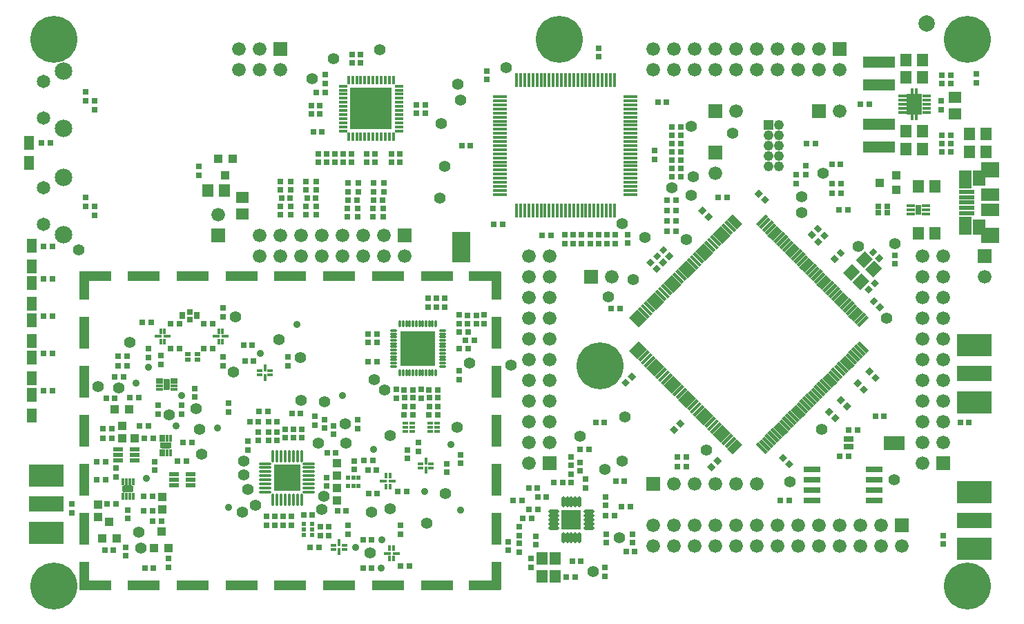
<source format=gts>
G04 (created by PCBNEW (2012-nov-02)-stable) date Sat 15 Mar 2014 07:07:26 PM MDT*
%MOIN*%
G04 Gerber Fmt 3.4, Leading zero omitted, Abs format*
%FSLAX34Y34*%
G01*
G70*
G90*
G04 APERTURE LIST*
%ADD10C,0*%
%ADD11R,0.066X0.066*%
%ADD12C,0.066*%
%ADD13C,0.0650551*%
%ADD14C,0.0847402*%
%ADD15O,0.0166236X0.0410331*%
%ADD16O,0.0410331X0.0166236*%
%ADD17R,0.200661X0.200661*%
%ADD18O,0.0136457X0.038252*%
%ADD19O,0.038252X0.0136457*%
%ADD20R,0.17015X0.17015*%
%ADD21C,0.056*%
%ADD22R,0.042X0.042*%
%ADD23R,0.0532X0.0611*%
%ADD24R,0.0176X0.0651*%
%ADD25R,0.0651X0.0176*%
%ADD26R,0.081X0.031*%
%ADD27R,0.1517X0.0532*%
%ADD28R,0.0257X0.0217*%
%ADD29R,0.0257X0.0336*%
%ADD30R,0.0296X0.0257*%
%ADD31R,0.0277X0.0158*%
%ADD32R,0.028X0.03*%
%ADD33R,0.03X0.028*%
%ADD34R,0.0221X0.019*%
%ADD35R,0.019X0.0221*%
%ADD36R,0.048X0.048*%
%ADD37C,0.048*%
%ADD38R,0.0533X0.0647*%
%ADD39R,0.0647X0.0533*%
%ADD40R,0.045X0.024*%
%ADD41R,0.0150551X0.0313937*%
%ADD42R,0.0380079X0.017811*%
%ADD43R,0.0313937X0.0150551*%
%ADD44R,0.017811X0.0380079*%
%ADD45R,0.0473701X0.0670551*%
%ADD46O,0.0166236X0.0587496*%
%ADD47R,0.13098X0.13098*%
%ADD48O,0.0587496X0.0166236*%
%ADD49O,0.0181984X0.0528441*%
%ADD50O,0.0528441X0.0181984*%
%ADD51R,0.0965307X0.0965307*%
%ADD52R,0.157575X0.0453701*%
%ADD53R,0.155606X0.0453701*%
%ADD54R,0.0453701X0.13789*%
%ADD55R,0.0453701X0.155606*%
%ADD56R,0.013874X0.0325748*%
%ADD57R,0.0571811X0.013874*%
%ADD58O,0.0532441X0.013874*%
%ADD59R,0.0532441X0.025685*%
%ADD60O,0.0493071X0.013874*%
%ADD61R,0.0119055X0.013874*%
%ADD62R,0.0325748X0.013874*%
%ADD63R,0.013874X0.0571811*%
%ADD64O,0.013874X0.0532441*%
%ADD65R,0.025685X0.0532441*%
%ADD66O,0.013874X0.0493071*%
%ADD67R,0.013874X0.0119055*%
%ADD68R,0.0394646X0.0170236*%
%ADD69R,0.0384803X0.0532441*%
%ADD70R,0.0170236X0.0611181*%
%ADD71C,0.0290315*%
%ADD72C,0.036*%
%ADD73C,0.226472*%
%ADD74C,0.029622*%
%ADD75R,0.0493071X0.029622*%
%ADD76R,0.100488X0.0650551*%
%ADD77R,0.0867087X0.149701*%
%ADD78R,0.170961X0.0760787*%
%ADD79R,0.170961X0.110921*%
%ADD80R,0.0414331X0.017811*%
%ADD81R,0.025685X0.0493071*%
%ADD82R,0.0768976X0.023748*%
%ADD83R,0.0886772X0.0601339*%
%ADD84R,0.0634803X0.090252*%
%ADD85R,0.0591496X0.0778504*%
%ADD86R,0.0886772X0.0748976*%
%ADD87C,0.0611181*%
%ADD88C,0.0787402*%
G04 APERTURE END LIST*
G54D10*
G54D11*
X68122Y-61397D03*
G54D12*
X67122Y-61397D03*
X68122Y-60397D03*
X67122Y-60397D03*
X68122Y-59397D03*
X67122Y-59397D03*
X68122Y-58397D03*
X67122Y-58397D03*
X68122Y-57397D03*
X67122Y-57397D03*
X68122Y-56397D03*
X67122Y-56397D03*
X68122Y-55397D03*
X67122Y-55397D03*
X68122Y-54397D03*
X67122Y-54397D03*
X68122Y-53397D03*
X67122Y-53397D03*
X68122Y-52397D03*
X67122Y-52397D03*
X68122Y-51397D03*
X67122Y-51397D03*
G54D13*
X24685Y-48090D03*
X24685Y-49862D03*
G54D14*
X25665Y-50356D03*
X25665Y-47596D03*
G54D15*
X39427Y-45634D03*
X39624Y-45634D03*
X39821Y-45634D03*
X40017Y-45634D03*
X40214Y-45634D03*
X40411Y-45634D03*
X40608Y-45634D03*
X40805Y-45634D03*
X41002Y-45634D03*
X41198Y-45634D03*
X41395Y-45634D03*
X41592Y-45634D03*
G54D16*
X41868Y-45358D03*
X41868Y-45162D03*
X41868Y-44965D03*
X41868Y-44768D03*
X41868Y-44571D03*
X41868Y-44374D03*
X41868Y-44177D03*
X41868Y-43981D03*
X41868Y-43784D03*
X41868Y-43587D03*
X41868Y-43390D03*
X41868Y-43193D03*
G54D15*
X41592Y-42918D03*
X41395Y-42918D03*
X41198Y-42918D03*
X41002Y-42918D03*
X40805Y-42918D03*
X40608Y-42918D03*
X40411Y-42918D03*
X40214Y-42918D03*
X40017Y-42918D03*
X39821Y-42918D03*
X39624Y-42918D03*
X39427Y-42918D03*
G54D16*
X39151Y-43193D03*
X39151Y-43390D03*
X39151Y-43587D03*
X39151Y-43784D03*
X39151Y-43981D03*
X39151Y-44177D03*
X39151Y-44374D03*
X39151Y-44571D03*
X39151Y-44768D03*
X39151Y-44965D03*
X39151Y-45162D03*
X39151Y-45358D03*
G54D17*
X40510Y-44276D03*
G54D18*
X41908Y-57046D03*
X42066Y-57046D03*
X42223Y-57046D03*
X42381Y-57046D03*
X42538Y-57046D03*
X42696Y-57046D03*
X42853Y-57046D03*
X43011Y-57046D03*
X43168Y-57046D03*
X43326Y-57046D03*
X43483Y-57046D03*
X43641Y-57046D03*
G54D19*
X43956Y-56731D03*
X43956Y-56573D03*
X43956Y-56416D03*
X43956Y-56258D03*
X43956Y-56101D03*
X43956Y-55943D03*
X43956Y-55786D03*
X43956Y-55628D03*
X43956Y-55471D03*
X43956Y-55313D03*
X43956Y-55156D03*
X43956Y-54998D03*
G54D18*
X43641Y-54683D03*
X43483Y-54683D03*
X43326Y-54683D03*
X43168Y-54683D03*
X43011Y-54683D03*
X42853Y-54683D03*
X42696Y-54683D03*
X42538Y-54683D03*
X42381Y-54683D03*
X42223Y-54683D03*
X42066Y-54683D03*
X41908Y-54683D03*
G54D19*
X41593Y-54998D03*
X41593Y-55156D03*
X41593Y-55313D03*
X41593Y-55471D03*
X41593Y-55628D03*
X41593Y-55786D03*
X41593Y-55943D03*
X41593Y-56101D03*
X41593Y-56258D03*
X41593Y-56416D03*
X41593Y-56573D03*
X41593Y-56731D03*
G54D20*
X42775Y-55865D03*
G54D21*
X52500Y-65000D03*
G54D22*
X30750Y-65514D03*
X30050Y-65514D03*
X30400Y-64714D03*
X28144Y-58804D03*
X28844Y-58804D03*
X28494Y-59604D03*
G54D10*
G36*
X64120Y-53039D02*
X63744Y-52662D01*
X64176Y-52230D01*
X64552Y-52607D01*
X64120Y-53039D01*
X64120Y-53039D01*
G37*
G36*
X64287Y-51981D02*
X63911Y-51605D01*
X64343Y-51173D01*
X64719Y-51549D01*
X64287Y-51981D01*
X64287Y-51981D01*
G37*
G36*
X64732Y-52426D02*
X64356Y-52050D01*
X64788Y-51618D01*
X65165Y-51994D01*
X64732Y-52426D01*
X64732Y-52426D01*
G37*
G36*
X63675Y-52593D02*
X63298Y-52217D01*
X63730Y-51785D01*
X64107Y-52161D01*
X63675Y-52593D01*
X63675Y-52593D01*
G37*
G54D23*
X49399Y-66877D03*
X48769Y-66011D03*
X49399Y-66011D03*
X48769Y-66877D03*
G54D24*
X52262Y-42920D03*
X52065Y-42920D03*
X51869Y-42920D03*
X51672Y-42920D03*
X51475Y-42920D03*
X51278Y-42920D03*
X51081Y-42920D03*
X50884Y-42920D03*
X50687Y-42920D03*
X50491Y-42920D03*
X50294Y-42920D03*
X50097Y-42920D03*
X49900Y-42920D03*
X49703Y-42920D03*
X49506Y-42920D03*
X49309Y-42920D03*
X49113Y-42920D03*
X48916Y-42920D03*
X48719Y-42920D03*
X48522Y-42920D03*
X48325Y-42920D03*
X48128Y-42920D03*
X47931Y-42920D03*
X47735Y-42920D03*
X47538Y-42920D03*
G54D25*
X46750Y-43708D03*
X46750Y-43905D03*
X46750Y-44101D03*
X46750Y-44298D03*
X46750Y-44495D03*
X46750Y-44692D03*
X46750Y-44889D03*
X46750Y-45086D03*
X46750Y-45283D03*
X46750Y-45479D03*
X46750Y-45676D03*
X46750Y-45873D03*
X46750Y-46070D03*
X46750Y-46267D03*
X46750Y-46464D03*
X46750Y-46661D03*
X46750Y-46857D03*
X46750Y-47054D03*
X46750Y-47251D03*
X46750Y-47448D03*
X46750Y-47645D03*
X46750Y-47842D03*
X46750Y-48039D03*
X46750Y-48235D03*
X46750Y-48432D03*
G54D24*
X47538Y-49220D03*
X47735Y-49220D03*
X47931Y-49220D03*
X48128Y-49220D03*
X48325Y-49220D03*
X48522Y-49220D03*
X48719Y-49220D03*
X48916Y-49220D03*
X49113Y-49220D03*
X49309Y-49220D03*
X49506Y-49220D03*
X49703Y-49220D03*
X49900Y-49220D03*
X50097Y-49220D03*
X50294Y-49220D03*
X50491Y-49220D03*
X50687Y-49220D03*
X50884Y-49220D03*
X51081Y-49220D03*
X51278Y-49220D03*
X51475Y-49220D03*
X51672Y-49220D03*
X51869Y-49220D03*
X52065Y-49220D03*
X52262Y-49220D03*
G54D25*
X53050Y-48432D03*
X53050Y-48235D03*
X53050Y-48039D03*
X53050Y-47842D03*
X53050Y-47645D03*
X53050Y-47448D03*
X53050Y-47251D03*
X53050Y-47054D03*
X53050Y-46857D03*
X53050Y-46661D03*
X53050Y-46464D03*
X53050Y-46267D03*
X53050Y-46070D03*
X53050Y-45873D03*
X53050Y-45676D03*
X53050Y-45479D03*
X53050Y-45283D03*
X53050Y-45086D03*
X53050Y-44889D03*
X53050Y-44692D03*
X53050Y-44495D03*
X53050Y-44298D03*
X53050Y-44101D03*
X53050Y-43905D03*
X53050Y-43708D03*
G54D26*
X64790Y-63210D03*
X64790Y-62710D03*
X64790Y-62210D03*
X64790Y-61710D03*
X61790Y-61710D03*
X61790Y-62210D03*
X61790Y-62710D03*
X61790Y-63210D03*
G54D27*
X65044Y-42024D03*
X65044Y-43126D03*
X65044Y-45024D03*
X65044Y-46126D03*
G54D10*
G36*
X64425Y-54256D02*
X64549Y-54380D01*
X64089Y-54840D01*
X63965Y-54716D01*
X64425Y-54256D01*
X64425Y-54256D01*
G37*
G36*
X64286Y-54116D02*
X64410Y-54241D01*
X63950Y-54701D01*
X63825Y-54577D01*
X64286Y-54116D01*
X64286Y-54116D01*
G37*
G36*
X64146Y-53977D02*
X64271Y-54101D01*
X63810Y-54562D01*
X63686Y-54437D01*
X64146Y-53977D01*
X64146Y-53977D01*
G37*
G36*
X64007Y-53838D02*
X64131Y-53962D01*
X63671Y-54422D01*
X63547Y-54298D01*
X64007Y-53838D01*
X64007Y-53838D01*
G37*
G36*
X63868Y-53698D02*
X63992Y-53823D01*
X63532Y-54283D01*
X63407Y-54159D01*
X63868Y-53698D01*
X63868Y-53698D01*
G37*
G36*
X63729Y-53560D02*
X63854Y-53684D01*
X63393Y-54145D01*
X63269Y-54020D01*
X63729Y-53560D01*
X63729Y-53560D01*
G37*
G36*
X63590Y-53420D02*
X63714Y-53545D01*
X63254Y-54005D01*
X63129Y-53881D01*
X63590Y-53420D01*
X63590Y-53420D01*
G37*
G36*
X63450Y-53281D02*
X63575Y-53406D01*
X63115Y-53866D01*
X62990Y-53741D01*
X63450Y-53281D01*
X63450Y-53281D01*
G37*
G36*
X63311Y-53142D02*
X63436Y-53266D01*
X62975Y-53727D01*
X62851Y-53602D01*
X63311Y-53142D01*
X63311Y-53142D01*
G37*
G36*
X63172Y-53003D02*
X63296Y-53127D01*
X62836Y-53587D01*
X62712Y-53463D01*
X63172Y-53003D01*
X63172Y-53003D01*
G37*
G36*
X63033Y-52863D02*
X63157Y-52988D01*
X62697Y-53448D01*
X62572Y-53324D01*
X63033Y-52863D01*
X63033Y-52863D01*
G37*
G36*
X62894Y-52725D02*
X63018Y-52849D01*
X62558Y-53309D01*
X62434Y-53185D01*
X62894Y-52725D01*
X62894Y-52725D01*
G37*
G36*
X62755Y-52585D02*
X62879Y-52710D01*
X62419Y-53170D01*
X62294Y-53046D01*
X62755Y-52585D01*
X62755Y-52585D01*
G37*
G36*
X62615Y-52446D02*
X62740Y-52570D01*
X62280Y-53031D01*
X62155Y-52906D01*
X62615Y-52446D01*
X62615Y-52446D01*
G37*
G36*
X62476Y-52307D02*
X62601Y-52431D01*
X62140Y-52892D01*
X62016Y-52767D01*
X62476Y-52307D01*
X62476Y-52307D01*
G37*
G36*
X62337Y-52167D02*
X62461Y-52292D01*
X62001Y-52752D01*
X61876Y-52628D01*
X62337Y-52167D01*
X62337Y-52167D01*
G37*
G36*
X62197Y-52028D02*
X62322Y-52153D01*
X61862Y-52613D01*
X61737Y-52488D01*
X62197Y-52028D01*
X62197Y-52028D01*
G37*
G36*
X62058Y-51889D02*
X62183Y-52013D01*
X61722Y-52474D01*
X61598Y-52349D01*
X62058Y-51889D01*
X62058Y-51889D01*
G37*
G36*
X61920Y-51750D02*
X62044Y-51875D01*
X61584Y-52335D01*
X61459Y-52211D01*
X61920Y-51750D01*
X61920Y-51750D01*
G37*
G36*
X61780Y-51611D02*
X61905Y-51735D01*
X61444Y-52196D01*
X61320Y-52071D01*
X61780Y-51611D01*
X61780Y-51611D01*
G37*
G36*
X61641Y-51472D02*
X61765Y-51596D01*
X61305Y-52056D01*
X61181Y-51932D01*
X61641Y-51472D01*
X61641Y-51472D01*
G37*
G36*
X61502Y-51332D02*
X61626Y-51457D01*
X61166Y-51917D01*
X61041Y-51793D01*
X61502Y-51332D01*
X61502Y-51332D01*
G37*
G36*
X61362Y-51193D02*
X61487Y-51317D01*
X61027Y-51778D01*
X60902Y-51653D01*
X61362Y-51193D01*
X61362Y-51193D01*
G37*
G36*
X61223Y-51054D02*
X61348Y-51178D01*
X60887Y-51639D01*
X60763Y-51514D01*
X61223Y-51054D01*
X61223Y-51054D01*
G37*
G36*
X61084Y-50914D02*
X61208Y-51039D01*
X60748Y-51499D01*
X60623Y-51375D01*
X61084Y-50914D01*
X61084Y-50914D01*
G37*
G36*
X60945Y-50776D02*
X61070Y-50900D01*
X60609Y-51361D01*
X60485Y-51236D01*
X60945Y-50776D01*
X60945Y-50776D01*
G37*
G36*
X60806Y-50637D02*
X60930Y-50761D01*
X60470Y-51221D01*
X60346Y-51097D01*
X60806Y-50637D01*
X60806Y-50637D01*
G37*
G36*
X60667Y-50497D02*
X60791Y-50622D01*
X60331Y-51082D01*
X60206Y-50958D01*
X60667Y-50497D01*
X60667Y-50497D01*
G37*
G36*
X60527Y-50358D02*
X60652Y-50482D01*
X60191Y-50943D01*
X60067Y-50818D01*
X60527Y-50358D01*
X60527Y-50358D01*
G37*
G36*
X60388Y-50219D02*
X60512Y-50343D01*
X60052Y-50803D01*
X59928Y-50679D01*
X60388Y-50219D01*
X60388Y-50219D01*
G37*
G36*
X60249Y-50079D02*
X60373Y-50204D01*
X59913Y-50664D01*
X59788Y-50540D01*
X60249Y-50079D01*
X60249Y-50079D01*
G37*
G36*
X60110Y-49941D02*
X60235Y-50065D01*
X59774Y-50526D01*
X59650Y-50401D01*
X60110Y-49941D01*
X60110Y-49941D01*
G37*
G36*
X59971Y-49801D02*
X60095Y-49926D01*
X59635Y-50386D01*
X59510Y-50262D01*
X59971Y-49801D01*
X59971Y-49801D01*
G37*
G36*
X59832Y-49662D02*
X59956Y-49787D01*
X59496Y-50247D01*
X59371Y-50122D01*
X59832Y-49662D01*
X59832Y-49662D01*
G37*
G36*
X59692Y-49523D02*
X59817Y-49647D01*
X59356Y-50108D01*
X59232Y-49983D01*
X59692Y-49523D01*
X59692Y-49523D01*
G37*
G36*
X59553Y-49384D02*
X59677Y-49508D01*
X59217Y-49968D01*
X59093Y-49844D01*
X59553Y-49384D01*
X59553Y-49384D01*
G37*
G36*
X57840Y-49508D02*
X57964Y-49384D01*
X58424Y-49844D01*
X58300Y-49968D01*
X57840Y-49508D01*
X57840Y-49508D01*
G37*
G36*
X57700Y-49647D02*
X57825Y-49523D01*
X58285Y-49983D01*
X58161Y-50108D01*
X57700Y-49647D01*
X57700Y-49647D01*
G37*
G36*
X57561Y-49787D02*
X57685Y-49662D01*
X58146Y-50122D01*
X58021Y-50247D01*
X57561Y-49787D01*
X57561Y-49787D01*
G37*
G36*
X57422Y-49926D02*
X57546Y-49801D01*
X58006Y-50262D01*
X57882Y-50386D01*
X57422Y-49926D01*
X57422Y-49926D01*
G37*
G36*
X57282Y-50065D02*
X57407Y-49941D01*
X57867Y-50401D01*
X57743Y-50526D01*
X57282Y-50065D01*
X57282Y-50065D01*
G37*
G36*
X57144Y-50204D02*
X57268Y-50079D01*
X57729Y-50540D01*
X57604Y-50664D01*
X57144Y-50204D01*
X57144Y-50204D01*
G37*
G36*
X57004Y-50343D02*
X57129Y-50219D01*
X57589Y-50679D01*
X57465Y-50803D01*
X57004Y-50343D01*
X57004Y-50343D01*
G37*
G36*
X56865Y-50482D02*
X56990Y-50358D01*
X57450Y-50818D01*
X57326Y-50943D01*
X56865Y-50482D01*
X56865Y-50482D01*
G37*
G36*
X56726Y-50622D02*
X56850Y-50497D01*
X57311Y-50958D01*
X57186Y-51082D01*
X56726Y-50622D01*
X56726Y-50622D01*
G37*
G36*
X56587Y-50761D02*
X56711Y-50637D01*
X57171Y-51097D01*
X57047Y-51221D01*
X56587Y-50761D01*
X56587Y-50761D01*
G37*
G36*
X56447Y-50900D02*
X56572Y-50776D01*
X57032Y-51236D01*
X56908Y-51361D01*
X56447Y-50900D01*
X56447Y-50900D01*
G37*
G36*
X56309Y-51039D02*
X56433Y-50914D01*
X56893Y-51375D01*
X56769Y-51499D01*
X56309Y-51039D01*
X56309Y-51039D01*
G37*
G36*
X56169Y-51178D02*
X56294Y-51054D01*
X56754Y-51514D01*
X56630Y-51639D01*
X56169Y-51178D01*
X56169Y-51178D01*
G37*
G36*
X56030Y-51317D02*
X56155Y-51193D01*
X56615Y-51653D01*
X56490Y-51778D01*
X56030Y-51317D01*
X56030Y-51317D01*
G37*
G36*
X55891Y-51457D02*
X56015Y-51332D01*
X56476Y-51793D01*
X56351Y-51917D01*
X55891Y-51457D01*
X55891Y-51457D01*
G37*
G36*
X55752Y-51596D02*
X55876Y-51472D01*
X56336Y-51932D01*
X56212Y-52056D01*
X55752Y-51596D01*
X55752Y-51596D01*
G37*
G36*
X55612Y-51735D02*
X55737Y-51611D01*
X56197Y-52071D01*
X56073Y-52196D01*
X55612Y-51735D01*
X55612Y-51735D01*
G37*
G36*
X55473Y-51875D02*
X55597Y-51750D01*
X56058Y-52211D01*
X55933Y-52335D01*
X55473Y-51875D01*
X55473Y-51875D01*
G37*
G36*
X55334Y-52013D02*
X55459Y-51889D01*
X55919Y-52349D01*
X55795Y-52474D01*
X55334Y-52013D01*
X55334Y-52013D01*
G37*
G36*
X55195Y-52153D02*
X55319Y-52028D01*
X55780Y-52488D01*
X55655Y-52613D01*
X55195Y-52153D01*
X55195Y-52153D01*
G37*
G36*
X55056Y-52292D02*
X55180Y-52167D01*
X55640Y-52628D01*
X55516Y-52752D01*
X55056Y-52292D01*
X55056Y-52292D01*
G37*
G36*
X54916Y-52431D02*
X55041Y-52307D01*
X55501Y-52767D01*
X55377Y-52892D01*
X54916Y-52431D01*
X54916Y-52431D01*
G37*
G36*
X54777Y-52570D02*
X54902Y-52446D01*
X55362Y-52906D01*
X55237Y-53031D01*
X54777Y-52570D01*
X54777Y-52570D01*
G37*
G36*
X54638Y-52710D02*
X54762Y-52585D01*
X55223Y-53046D01*
X55098Y-53170D01*
X54638Y-52710D01*
X54638Y-52710D01*
G37*
G36*
X54499Y-52849D02*
X54623Y-52725D01*
X55083Y-53185D01*
X54959Y-53309D01*
X54499Y-52849D01*
X54499Y-52849D01*
G37*
G36*
X54360Y-52988D02*
X54484Y-52863D01*
X54945Y-53324D01*
X54820Y-53448D01*
X54360Y-52988D01*
X54360Y-52988D01*
G37*
G36*
X54221Y-53127D02*
X54345Y-53003D01*
X54805Y-53463D01*
X54681Y-53587D01*
X54221Y-53127D01*
X54221Y-53127D01*
G37*
G36*
X54081Y-53266D02*
X54206Y-53142D01*
X54666Y-53602D01*
X54542Y-53727D01*
X54081Y-53266D01*
X54081Y-53266D01*
G37*
G36*
X53942Y-53406D02*
X54066Y-53281D01*
X54527Y-53741D01*
X54402Y-53866D01*
X53942Y-53406D01*
X53942Y-53406D01*
G37*
G36*
X53803Y-53545D02*
X53927Y-53420D01*
X54387Y-53881D01*
X54263Y-54005D01*
X53803Y-53545D01*
X53803Y-53545D01*
G37*
G36*
X53663Y-53684D02*
X53788Y-53560D01*
X54248Y-54020D01*
X54124Y-54145D01*
X53663Y-53684D01*
X53663Y-53684D01*
G37*
G36*
X53525Y-53823D02*
X53649Y-53698D01*
X54110Y-54159D01*
X53985Y-54283D01*
X53525Y-53823D01*
X53525Y-53823D01*
G37*
G36*
X53386Y-53962D02*
X53510Y-53838D01*
X53970Y-54298D01*
X53846Y-54422D01*
X53386Y-53962D01*
X53386Y-53962D01*
G37*
G36*
X53246Y-54101D02*
X53371Y-53977D01*
X53831Y-54437D01*
X53707Y-54562D01*
X53246Y-54101D01*
X53246Y-54101D01*
G37*
G36*
X53107Y-54241D02*
X53231Y-54116D01*
X53692Y-54577D01*
X53567Y-54701D01*
X53107Y-54241D01*
X53107Y-54241D01*
G37*
G36*
X52968Y-54380D02*
X53092Y-54256D01*
X53552Y-54716D01*
X53428Y-54840D01*
X52968Y-54380D01*
X52968Y-54380D01*
G37*
G36*
X53428Y-55509D02*
X53552Y-55633D01*
X53092Y-56093D01*
X52968Y-55969D01*
X53428Y-55509D01*
X53428Y-55509D01*
G37*
G36*
X53567Y-55648D02*
X53692Y-55772D01*
X53231Y-56233D01*
X53107Y-56108D01*
X53567Y-55648D01*
X53567Y-55648D01*
G37*
G36*
X53707Y-55787D02*
X53831Y-55912D01*
X53371Y-56372D01*
X53246Y-56247D01*
X53707Y-55787D01*
X53707Y-55787D01*
G37*
G36*
X53846Y-55926D02*
X53970Y-56051D01*
X53510Y-56511D01*
X53386Y-56387D01*
X53846Y-55926D01*
X53846Y-55926D01*
G37*
G36*
X53985Y-56066D02*
X54110Y-56190D01*
X53649Y-56650D01*
X53525Y-56526D01*
X53985Y-56066D01*
X53985Y-56066D01*
G37*
G36*
X54124Y-56204D02*
X54248Y-56329D01*
X53788Y-56789D01*
X53663Y-56665D01*
X54124Y-56204D01*
X54124Y-56204D01*
G37*
G36*
X54263Y-56344D02*
X54387Y-56468D01*
X53927Y-56928D01*
X53803Y-56804D01*
X54263Y-56344D01*
X54263Y-56344D01*
G37*
G36*
X54402Y-56483D02*
X54527Y-56607D01*
X54066Y-57068D01*
X53942Y-56943D01*
X54402Y-56483D01*
X54402Y-56483D01*
G37*
G36*
X54542Y-56622D02*
X54666Y-56747D01*
X54206Y-57207D01*
X54081Y-57083D01*
X54542Y-56622D01*
X54542Y-56622D01*
G37*
G36*
X54681Y-56762D02*
X54805Y-56886D01*
X54345Y-57346D01*
X54221Y-57222D01*
X54681Y-56762D01*
X54681Y-56762D01*
G37*
G36*
X54820Y-56901D02*
X54945Y-57025D01*
X54484Y-57486D01*
X54360Y-57361D01*
X54820Y-56901D01*
X54820Y-56901D01*
G37*
G36*
X54959Y-57039D02*
X55083Y-57164D01*
X54623Y-57624D01*
X54499Y-57500D01*
X54959Y-57039D01*
X54959Y-57039D01*
G37*
G36*
X55098Y-57179D02*
X55223Y-57303D01*
X54762Y-57763D01*
X54638Y-57639D01*
X55098Y-57179D01*
X55098Y-57179D01*
G37*
G36*
X55237Y-57318D02*
X55362Y-57442D01*
X54902Y-57903D01*
X54777Y-57778D01*
X55237Y-57318D01*
X55237Y-57318D01*
G37*
G36*
X55377Y-57457D02*
X55501Y-57582D01*
X55041Y-58042D01*
X54916Y-57918D01*
X55377Y-57457D01*
X55377Y-57457D01*
G37*
G36*
X55516Y-57597D02*
X55640Y-57721D01*
X55180Y-58181D01*
X55056Y-58057D01*
X55516Y-57597D01*
X55516Y-57597D01*
G37*
G36*
X55655Y-57736D02*
X55780Y-57860D01*
X55319Y-58321D01*
X55195Y-58196D01*
X55655Y-57736D01*
X55655Y-57736D01*
G37*
G36*
X55795Y-57875D02*
X55919Y-58000D01*
X55459Y-58460D01*
X55334Y-58336D01*
X55795Y-57875D01*
X55795Y-57875D01*
G37*
G36*
X55933Y-58014D02*
X56058Y-58138D01*
X55597Y-58599D01*
X55473Y-58474D01*
X55933Y-58014D01*
X55933Y-58014D01*
G37*
G36*
X56073Y-58153D02*
X56197Y-58278D01*
X55737Y-58738D01*
X55612Y-58613D01*
X56073Y-58153D01*
X56073Y-58153D01*
G37*
G36*
X56212Y-58292D02*
X56336Y-58417D01*
X55876Y-58877D01*
X55752Y-58753D01*
X56212Y-58292D01*
X56212Y-58292D01*
G37*
G36*
X56351Y-58432D02*
X56476Y-58556D01*
X56015Y-59016D01*
X55891Y-58892D01*
X56351Y-58432D01*
X56351Y-58432D01*
G37*
G36*
X56490Y-58571D02*
X56615Y-58695D01*
X56155Y-59156D01*
X56030Y-59031D01*
X56490Y-58571D01*
X56490Y-58571D01*
G37*
G36*
X56630Y-58710D02*
X56754Y-58835D01*
X56294Y-59295D01*
X56169Y-59171D01*
X56630Y-58710D01*
X56630Y-58710D01*
G37*
G36*
X56769Y-58850D02*
X56893Y-58974D01*
X56433Y-59434D01*
X56309Y-59310D01*
X56769Y-58850D01*
X56769Y-58850D01*
G37*
G36*
X56908Y-58988D02*
X57032Y-59113D01*
X56572Y-59573D01*
X56447Y-59449D01*
X56908Y-58988D01*
X56908Y-58988D01*
G37*
G36*
X57047Y-59127D02*
X57171Y-59252D01*
X56711Y-59712D01*
X56587Y-59588D01*
X57047Y-59127D01*
X57047Y-59127D01*
G37*
G36*
X57186Y-59267D02*
X57311Y-59391D01*
X56850Y-59852D01*
X56726Y-59727D01*
X57186Y-59267D01*
X57186Y-59267D01*
G37*
G36*
X57326Y-59406D02*
X57450Y-59531D01*
X56990Y-59991D01*
X56865Y-59866D01*
X57326Y-59406D01*
X57326Y-59406D01*
G37*
G36*
X57465Y-59545D02*
X57589Y-59670D01*
X57129Y-60130D01*
X57004Y-60006D01*
X57465Y-59545D01*
X57465Y-59545D01*
G37*
G36*
X57604Y-59685D02*
X57729Y-59809D01*
X57268Y-60269D01*
X57144Y-60145D01*
X57604Y-59685D01*
X57604Y-59685D01*
G37*
G36*
X57743Y-59823D02*
X57867Y-59948D01*
X57407Y-60408D01*
X57282Y-60284D01*
X57743Y-59823D01*
X57743Y-59823D01*
G37*
G36*
X57882Y-59963D02*
X58006Y-60087D01*
X57546Y-60547D01*
X57422Y-60423D01*
X57882Y-59963D01*
X57882Y-59963D01*
G37*
G36*
X58021Y-60102D02*
X58146Y-60226D01*
X57685Y-60687D01*
X57561Y-60562D01*
X58021Y-60102D01*
X58021Y-60102D01*
G37*
G36*
X58161Y-60241D02*
X58285Y-60366D01*
X57825Y-60826D01*
X57700Y-60702D01*
X58161Y-60241D01*
X58161Y-60241D01*
G37*
G36*
X58300Y-60380D02*
X58424Y-60505D01*
X57964Y-60965D01*
X57840Y-60841D01*
X58300Y-60380D01*
X58300Y-60380D01*
G37*
G36*
X59093Y-60505D02*
X59217Y-60380D01*
X59677Y-60841D01*
X59553Y-60965D01*
X59093Y-60505D01*
X59093Y-60505D01*
G37*
G36*
X59232Y-60366D02*
X59356Y-60241D01*
X59817Y-60702D01*
X59692Y-60826D01*
X59232Y-60366D01*
X59232Y-60366D01*
G37*
G36*
X59371Y-60226D02*
X59496Y-60102D01*
X59956Y-60562D01*
X59832Y-60687D01*
X59371Y-60226D01*
X59371Y-60226D01*
G37*
G36*
X59510Y-60087D02*
X59635Y-59963D01*
X60095Y-60423D01*
X59971Y-60547D01*
X59510Y-60087D01*
X59510Y-60087D01*
G37*
G36*
X59650Y-59948D02*
X59774Y-59823D01*
X60235Y-60284D01*
X60110Y-60408D01*
X59650Y-59948D01*
X59650Y-59948D01*
G37*
G36*
X59788Y-59809D02*
X59913Y-59685D01*
X60373Y-60145D01*
X60249Y-60269D01*
X59788Y-59809D01*
X59788Y-59809D01*
G37*
G36*
X59928Y-59670D02*
X60052Y-59545D01*
X60512Y-60006D01*
X60388Y-60130D01*
X59928Y-59670D01*
X59928Y-59670D01*
G37*
G36*
X60067Y-59531D02*
X60191Y-59406D01*
X60652Y-59866D01*
X60527Y-59991D01*
X60067Y-59531D01*
X60067Y-59531D01*
G37*
G36*
X60206Y-59391D02*
X60331Y-59267D01*
X60791Y-59727D01*
X60667Y-59852D01*
X60206Y-59391D01*
X60206Y-59391D01*
G37*
G36*
X60346Y-59252D02*
X60470Y-59127D01*
X60930Y-59588D01*
X60806Y-59712D01*
X60346Y-59252D01*
X60346Y-59252D01*
G37*
G36*
X60485Y-59113D02*
X60609Y-58988D01*
X61070Y-59449D01*
X60945Y-59573D01*
X60485Y-59113D01*
X60485Y-59113D01*
G37*
G36*
X60623Y-58974D02*
X60748Y-58850D01*
X61208Y-59310D01*
X61084Y-59434D01*
X60623Y-58974D01*
X60623Y-58974D01*
G37*
G36*
X60763Y-58835D02*
X60887Y-58710D01*
X61348Y-59171D01*
X61223Y-59295D01*
X60763Y-58835D01*
X60763Y-58835D01*
G37*
G36*
X60902Y-58695D02*
X61027Y-58571D01*
X61487Y-59031D01*
X61362Y-59156D01*
X60902Y-58695D01*
X60902Y-58695D01*
G37*
G36*
X61041Y-58556D02*
X61166Y-58432D01*
X61626Y-58892D01*
X61502Y-59016D01*
X61041Y-58556D01*
X61041Y-58556D01*
G37*
G36*
X61181Y-58417D02*
X61305Y-58292D01*
X61765Y-58753D01*
X61641Y-58877D01*
X61181Y-58417D01*
X61181Y-58417D01*
G37*
G36*
X61320Y-58278D02*
X61444Y-58153D01*
X61905Y-58613D01*
X61780Y-58738D01*
X61320Y-58278D01*
X61320Y-58278D01*
G37*
G36*
X61459Y-58138D02*
X61584Y-58014D01*
X62044Y-58474D01*
X61920Y-58599D01*
X61459Y-58138D01*
X61459Y-58138D01*
G37*
G36*
X61598Y-58000D02*
X61722Y-57875D01*
X62183Y-58336D01*
X62058Y-58460D01*
X61598Y-58000D01*
X61598Y-58000D01*
G37*
G36*
X61737Y-57860D02*
X61862Y-57736D01*
X62322Y-58196D01*
X62197Y-58321D01*
X61737Y-57860D01*
X61737Y-57860D01*
G37*
G36*
X61876Y-57721D02*
X62001Y-57597D01*
X62461Y-58057D01*
X62337Y-58181D01*
X61876Y-57721D01*
X61876Y-57721D01*
G37*
G36*
X62016Y-57582D02*
X62140Y-57457D01*
X62601Y-57918D01*
X62476Y-58042D01*
X62016Y-57582D01*
X62016Y-57582D01*
G37*
G36*
X62155Y-57442D02*
X62280Y-57318D01*
X62740Y-57778D01*
X62615Y-57903D01*
X62155Y-57442D01*
X62155Y-57442D01*
G37*
G36*
X62294Y-57303D02*
X62419Y-57179D01*
X62879Y-57639D01*
X62755Y-57763D01*
X62294Y-57303D01*
X62294Y-57303D01*
G37*
G36*
X62434Y-57164D02*
X62558Y-57039D01*
X63018Y-57500D01*
X62894Y-57624D01*
X62434Y-57164D01*
X62434Y-57164D01*
G37*
G36*
X62572Y-57025D02*
X62697Y-56901D01*
X63157Y-57361D01*
X63033Y-57486D01*
X62572Y-57025D01*
X62572Y-57025D01*
G37*
G36*
X62712Y-56886D02*
X62836Y-56762D01*
X63296Y-57222D01*
X63172Y-57346D01*
X62712Y-56886D01*
X62712Y-56886D01*
G37*
G36*
X62851Y-56747D02*
X62975Y-56622D01*
X63436Y-57083D01*
X63311Y-57207D01*
X62851Y-56747D01*
X62851Y-56747D01*
G37*
G36*
X62990Y-56607D02*
X63115Y-56483D01*
X63575Y-56943D01*
X63450Y-57068D01*
X62990Y-56607D01*
X62990Y-56607D01*
G37*
G36*
X63129Y-56468D02*
X63254Y-56344D01*
X63714Y-56804D01*
X63590Y-56928D01*
X63129Y-56468D01*
X63129Y-56468D01*
G37*
G36*
X63269Y-56329D02*
X63393Y-56204D01*
X63854Y-56665D01*
X63729Y-56789D01*
X63269Y-56329D01*
X63269Y-56329D01*
G37*
G36*
X63407Y-56190D02*
X63532Y-56066D01*
X63992Y-56526D01*
X63868Y-56650D01*
X63407Y-56190D01*
X63407Y-56190D01*
G37*
G36*
X63547Y-56051D02*
X63671Y-55926D01*
X64131Y-56387D01*
X64007Y-56511D01*
X63547Y-56051D01*
X63547Y-56051D01*
G37*
G36*
X63686Y-55912D02*
X63810Y-55787D01*
X64271Y-56247D01*
X64146Y-56372D01*
X63686Y-55912D01*
X63686Y-55912D01*
G37*
G36*
X63825Y-55772D02*
X63950Y-55648D01*
X64410Y-56108D01*
X64286Y-56233D01*
X63825Y-55772D01*
X63825Y-55772D01*
G37*
G36*
X63965Y-55633D02*
X64089Y-55509D01*
X64549Y-55969D01*
X64425Y-56093D01*
X63965Y-55633D01*
X63965Y-55633D01*
G37*
G54D28*
X31655Y-56419D03*
X32147Y-56419D03*
X32147Y-56143D03*
X31655Y-56143D03*
G54D29*
X32086Y-54281D03*
X31416Y-54281D03*
G54D30*
X31751Y-54458D03*
X31751Y-54104D03*
G54D11*
X54122Y-62397D03*
G54D12*
X55122Y-62397D03*
X56122Y-62397D03*
X57122Y-62397D03*
X58122Y-62397D03*
X59122Y-62397D03*
G54D31*
X42492Y-59862D03*
X42492Y-59665D03*
X42492Y-59468D03*
X42158Y-59468D03*
X42158Y-59665D03*
X42158Y-59862D03*
X43692Y-59862D03*
X43692Y-59665D03*
X43692Y-59468D03*
X43358Y-59468D03*
X43358Y-59665D03*
X43358Y-59862D03*
G54D22*
X38854Y-61411D03*
X38854Y-62011D03*
X29094Y-60204D03*
X28494Y-60204D03*
X38854Y-63211D03*
X38854Y-62611D03*
X30444Y-63054D03*
X30444Y-63654D03*
G54D32*
X55232Y-49697D03*
X54812Y-49697D03*
X68084Y-45575D03*
X68504Y-45575D03*
X68084Y-45975D03*
X68504Y-45975D03*
X64862Y-59147D03*
X65282Y-59147D03*
G54D33*
X26722Y-43907D03*
X26722Y-43487D03*
G54D32*
X62752Y-46987D03*
X63172Y-46987D03*
G54D33*
X69744Y-42615D03*
X69744Y-43035D03*
G54D32*
X64554Y-44075D03*
X64134Y-44075D03*
G54D33*
X38254Y-59301D03*
X38254Y-59721D03*
G54D32*
X68084Y-43075D03*
X68504Y-43075D03*
G54D33*
X37880Y-48216D03*
X37880Y-47796D03*
G54D32*
X40360Y-61730D03*
X40780Y-61730D03*
G54D33*
X38704Y-59601D03*
X38704Y-60021D03*
X39414Y-64411D03*
X39414Y-64831D03*
G54D32*
X40120Y-66460D03*
X40540Y-66460D03*
G54D33*
X35064Y-60321D03*
X35064Y-59901D03*
G54D32*
X35104Y-58911D03*
X35524Y-58911D03*
G54D33*
X35964Y-59901D03*
X35964Y-60321D03*
X37154Y-60181D03*
X37154Y-59761D03*
G54D10*
G36*
X54415Y-51703D02*
X54627Y-51491D01*
X54825Y-51689D01*
X54613Y-51901D01*
X54415Y-51703D01*
X54415Y-51703D01*
G37*
G36*
X54118Y-51406D02*
X54330Y-51194D01*
X54528Y-51392D01*
X54316Y-51604D01*
X54118Y-51406D01*
X54118Y-51406D01*
G37*
G36*
X54715Y-51403D02*
X54927Y-51191D01*
X55125Y-51389D01*
X54913Y-51601D01*
X54715Y-51403D01*
X54715Y-51403D01*
G37*
G36*
X54418Y-51106D02*
X54630Y-50894D01*
X54828Y-51092D01*
X54616Y-51304D01*
X54418Y-51106D01*
X54418Y-51106D01*
G37*
G54D33*
X36150Y-48216D03*
X36150Y-47796D03*
X36650Y-48216D03*
X36650Y-47796D03*
X37380Y-48216D03*
X37380Y-47796D03*
G54D32*
X57282Y-48577D03*
X57702Y-48577D03*
G54D33*
X65812Y-51357D03*
X65812Y-51777D03*
G54D32*
X28884Y-58254D03*
X29304Y-58254D03*
G54D33*
X37880Y-49416D03*
X37880Y-48996D03*
X37380Y-49416D03*
X37380Y-48996D03*
X36650Y-49416D03*
X36650Y-48996D03*
X36150Y-49416D03*
X36150Y-48996D03*
X39375Y-49511D03*
X39375Y-49091D03*
X39875Y-49511D03*
X39875Y-49091D03*
X40605Y-49511D03*
X40605Y-49091D03*
X41105Y-49511D03*
X41105Y-49091D03*
G54D32*
X29590Y-66464D03*
X30010Y-66464D03*
X45585Y-54665D03*
X45165Y-54665D03*
X45585Y-54265D03*
X45165Y-54265D03*
X53032Y-63507D03*
X52612Y-63507D03*
X52742Y-62277D03*
X52322Y-62277D03*
X32861Y-54681D03*
X32441Y-54681D03*
G54D33*
X30351Y-56221D03*
X30351Y-56641D03*
G54D32*
X34780Y-55720D03*
X34360Y-55720D03*
X40120Y-65110D03*
X40540Y-65110D03*
X37994Y-65461D03*
X37574Y-65461D03*
G54D33*
X39870Y-59310D03*
X39870Y-59730D03*
X36488Y-56698D03*
X36488Y-56278D03*
G54D32*
X38474Y-64461D03*
X38054Y-64461D03*
X30841Y-54681D03*
X31261Y-54681D03*
X31261Y-55881D03*
X30841Y-55881D03*
X38474Y-64911D03*
X38054Y-64911D03*
X29481Y-54611D03*
X29901Y-54611D03*
G54D33*
X33351Y-53921D03*
X33351Y-54341D03*
X29761Y-55871D03*
X29761Y-56291D03*
X51884Y-64834D03*
X51884Y-65254D03*
G54D32*
X50224Y-66144D03*
X50644Y-66144D03*
G54D33*
X49872Y-50387D03*
X49872Y-50807D03*
X50272Y-50387D03*
X50272Y-50807D03*
G54D32*
X34848Y-56488D03*
X34428Y-56488D03*
G54D33*
X35464Y-64401D03*
X35464Y-63981D03*
X36664Y-64401D03*
X36664Y-63981D03*
X36264Y-64401D03*
X36264Y-63981D03*
X36354Y-59761D03*
X36354Y-60181D03*
X36754Y-59761D03*
X36754Y-60181D03*
G54D32*
X41949Y-66368D03*
X42369Y-66368D03*
G54D33*
X44850Y-61410D03*
X44850Y-60990D03*
X33622Y-58517D03*
X33622Y-58937D03*
X50672Y-50387D03*
X50672Y-50807D03*
X33351Y-56271D03*
X33351Y-56691D03*
X34564Y-60771D03*
X34564Y-60351D03*
G54D32*
X34654Y-59411D03*
X35074Y-59411D03*
G54D33*
X35564Y-59901D03*
X35564Y-60321D03*
G54D32*
X35974Y-59411D03*
X35554Y-59411D03*
G54D33*
X41929Y-64418D03*
X41929Y-64838D03*
G54D32*
X32861Y-55881D03*
X32441Y-55881D03*
X54812Y-48697D03*
X55232Y-48697D03*
X25032Y-45947D03*
X24612Y-45947D03*
X25132Y-57897D03*
X24712Y-57897D03*
X25132Y-56097D03*
X24712Y-56097D03*
X25132Y-54297D03*
X24712Y-54297D03*
G54D10*
G36*
X62407Y-50606D02*
X62195Y-50394D01*
X62393Y-50196D01*
X62605Y-50409D01*
X62407Y-50606D01*
X62407Y-50606D01*
G37*
G36*
X62110Y-50903D02*
X61898Y-50691D01*
X62096Y-50493D01*
X62308Y-50705D01*
X62110Y-50903D01*
X62110Y-50903D01*
G37*
G54D32*
X54812Y-49197D03*
X55232Y-49197D03*
X25132Y-50947D03*
X24712Y-50947D03*
X61542Y-45987D03*
X61962Y-45987D03*
G54D33*
X61042Y-47477D03*
X61042Y-47897D03*
X61492Y-47467D03*
X61492Y-47047D03*
G54D32*
X55312Y-61567D03*
X55732Y-61567D03*
X55040Y-47170D03*
X55460Y-47170D03*
G54D33*
X51090Y-50380D03*
X51090Y-50800D03*
G54D32*
X55312Y-61097D03*
X55732Y-61097D03*
G54D33*
X51490Y-50380D03*
X51490Y-50800D03*
X51890Y-50380D03*
X51890Y-50800D03*
X52290Y-50380D03*
X52290Y-50800D03*
X52892Y-50367D03*
X52892Y-50787D03*
G54D32*
X55040Y-47570D03*
X55460Y-47570D03*
X68084Y-42675D03*
X68504Y-42675D03*
X55040Y-46770D03*
X55460Y-46770D03*
X55040Y-46370D03*
X55460Y-46370D03*
X55040Y-45970D03*
X55460Y-45970D03*
X55040Y-45570D03*
X55460Y-45570D03*
X55040Y-45170D03*
X55460Y-45170D03*
X47832Y-64057D03*
X48252Y-64057D03*
X41065Y-48701D03*
X40645Y-48701D03*
G54D33*
X43325Y-58675D03*
X43325Y-58255D03*
X44075Y-53455D03*
X44075Y-53875D03*
X41130Y-47886D03*
X41130Y-48306D03*
X40630Y-47886D03*
X40630Y-48306D03*
X39900Y-47886D03*
X39900Y-48306D03*
X39400Y-47886D03*
X39400Y-48306D03*
X43725Y-58675D03*
X43725Y-58255D03*
X44775Y-54675D03*
X44775Y-54255D03*
X48484Y-65354D03*
X48484Y-64934D03*
X45975Y-54675D03*
X45975Y-54255D03*
G54D32*
X48142Y-63627D03*
X48562Y-63627D03*
X47372Y-63207D03*
X47792Y-63207D03*
G54D33*
X50884Y-62184D03*
X50884Y-62604D03*
X51822Y-63027D03*
X51822Y-63447D03*
X42525Y-58675D03*
X42525Y-58255D03*
G54D32*
X49332Y-62327D03*
X49752Y-62327D03*
X43120Y-44511D03*
X42700Y-44511D03*
X43120Y-44111D03*
X42700Y-44111D03*
X68084Y-46375D03*
X68504Y-46375D03*
G54D10*
G36*
X59444Y-48379D02*
X59232Y-48591D01*
X59034Y-48393D01*
X59246Y-48181D01*
X59444Y-48379D01*
X59444Y-48379D01*
G37*
G36*
X59741Y-48676D02*
X59529Y-48888D01*
X59331Y-48690D01*
X59543Y-48478D01*
X59741Y-48676D01*
X59741Y-48676D01*
G37*
G36*
X56722Y-49192D02*
X56510Y-49404D01*
X56312Y-49206D01*
X56524Y-48994D01*
X56722Y-49192D01*
X56722Y-49192D01*
G37*
G36*
X57019Y-49489D02*
X56807Y-49701D01*
X56609Y-49503D01*
X56821Y-49291D01*
X57019Y-49489D01*
X57019Y-49489D01*
G37*
G36*
X54212Y-51703D02*
X54000Y-51915D01*
X53802Y-51717D01*
X54014Y-51505D01*
X54212Y-51703D01*
X54212Y-51703D01*
G37*
G36*
X54509Y-52000D02*
X54297Y-52212D01*
X54099Y-52014D01*
X54311Y-51802D01*
X54509Y-52000D01*
X54509Y-52000D01*
G37*
G54D32*
X52112Y-53937D03*
X52532Y-53937D03*
G54D10*
G36*
X52796Y-57311D02*
X53008Y-57523D01*
X52810Y-57721D01*
X52598Y-57509D01*
X52796Y-57311D01*
X52796Y-57311D01*
G37*
G36*
X53093Y-57014D02*
X53305Y-57226D01*
X53107Y-57424D01*
X52895Y-57212D01*
X53093Y-57014D01*
X53093Y-57014D01*
G37*
G36*
X55131Y-59580D02*
X55343Y-59792D01*
X55145Y-59990D01*
X54933Y-59778D01*
X55131Y-59580D01*
X55131Y-59580D01*
G37*
G36*
X55428Y-59283D02*
X55640Y-59495D01*
X55442Y-59693D01*
X55230Y-59481D01*
X55428Y-59283D01*
X55428Y-59283D01*
G37*
G36*
X56934Y-61383D02*
X57146Y-61595D01*
X56948Y-61793D01*
X56736Y-61581D01*
X56934Y-61383D01*
X56934Y-61383D01*
G37*
G36*
X57231Y-61086D02*
X57443Y-61298D01*
X57245Y-61496D01*
X57033Y-61284D01*
X57231Y-61086D01*
X57231Y-61086D01*
G37*
G36*
X60498Y-61454D02*
X60710Y-61241D01*
X60908Y-61439D01*
X60696Y-61652D01*
X60498Y-61454D01*
X60498Y-61454D01*
G37*
G36*
X60201Y-61157D02*
X60413Y-60944D01*
X60611Y-61142D01*
X60399Y-61355D01*
X60201Y-61157D01*
X60201Y-61157D01*
G37*
G36*
X62725Y-59226D02*
X62937Y-59014D01*
X63135Y-59212D01*
X62923Y-59424D01*
X62725Y-59226D01*
X62725Y-59226D01*
G37*
G36*
X62428Y-58929D02*
X62640Y-58717D01*
X62838Y-58915D01*
X62626Y-59127D01*
X62428Y-58929D01*
X62428Y-58929D01*
G37*
G36*
X63291Y-58660D02*
X63503Y-58448D01*
X63701Y-58646D01*
X63489Y-58858D01*
X63291Y-58660D01*
X63291Y-58660D01*
G37*
G36*
X62994Y-58363D02*
X63206Y-58151D01*
X63404Y-58349D01*
X63192Y-58561D01*
X62994Y-58363D01*
X62994Y-58363D01*
G37*
G36*
X64104Y-57847D02*
X64316Y-57635D01*
X64514Y-57833D01*
X64302Y-58045D01*
X64104Y-57847D01*
X64104Y-57847D01*
G37*
G36*
X63807Y-57550D02*
X64019Y-57338D01*
X64217Y-57536D01*
X64005Y-57748D01*
X63807Y-57550D01*
X63807Y-57550D01*
G37*
G54D33*
X44775Y-57375D03*
X44775Y-56955D03*
X39560Y-46886D03*
X39560Y-46466D03*
X39160Y-46886D03*
X39160Y-46466D03*
X40710Y-46886D03*
X40710Y-46466D03*
X40310Y-46886D03*
X40310Y-46466D03*
X41510Y-46886D03*
X41510Y-46466D03*
X41910Y-46886D03*
X41910Y-46466D03*
X40010Y-41666D03*
X40010Y-42086D03*
X39610Y-41666D03*
X39610Y-42086D03*
G54D32*
X37875Y-43501D03*
X38295Y-43501D03*
G54D33*
X38285Y-42641D03*
X38285Y-43061D03*
G54D32*
X37625Y-44551D03*
X38045Y-44551D03*
X37625Y-44151D03*
X38045Y-44151D03*
X37725Y-45401D03*
X38145Y-45401D03*
G54D33*
X41725Y-58275D03*
X41725Y-57855D03*
X42925Y-58275D03*
X42925Y-57855D03*
G54D10*
G36*
X64670Y-57282D02*
X64882Y-57069D01*
X65080Y-57267D01*
X64868Y-57480D01*
X64670Y-57282D01*
X64670Y-57282D01*
G37*
G36*
X64373Y-56985D02*
X64585Y-56772D01*
X64783Y-56970D01*
X64571Y-57183D01*
X64373Y-56985D01*
X64373Y-56985D01*
G37*
G54D32*
X45185Y-55865D03*
X44765Y-55865D03*
X45485Y-55465D03*
X45065Y-55465D03*
X45185Y-55065D03*
X44765Y-55065D03*
G54D33*
X43275Y-53455D03*
X43275Y-53875D03*
X43675Y-53455D03*
X43675Y-53875D03*
G54D32*
X40365Y-55165D03*
X40785Y-55165D03*
X40365Y-55565D03*
X40785Y-55565D03*
X40365Y-56515D03*
X40785Y-56515D03*
X36610Y-48606D03*
X36190Y-48606D03*
X37840Y-48606D03*
X37420Y-48606D03*
G54D33*
X37960Y-46886D03*
X37960Y-46466D03*
X38360Y-46886D03*
X38360Y-46466D03*
X42125Y-58675D03*
X42125Y-58255D03*
X38760Y-46886D03*
X38760Y-46466D03*
G54D32*
X39835Y-48701D03*
X39415Y-48701D03*
X27584Y-60204D03*
X28004Y-60204D03*
G54D33*
X47669Y-64893D03*
X47669Y-64473D03*
G54D32*
X27704Y-61354D03*
X27284Y-61354D03*
X27704Y-62204D03*
X27284Y-62204D03*
X27782Y-63385D03*
X28202Y-63385D03*
G54D33*
X28774Y-64084D03*
X28774Y-63664D03*
G54D32*
X29954Y-63004D03*
X29534Y-63004D03*
G54D33*
X30064Y-61334D03*
X30064Y-61754D03*
G54D32*
X29754Y-59604D03*
X29334Y-59604D03*
X31604Y-61304D03*
X31184Y-61304D03*
G54D33*
X28194Y-61644D03*
X28194Y-62064D03*
X30250Y-58620D03*
X30250Y-59040D03*
X42280Y-60760D03*
X42280Y-61180D03*
G54D32*
X31854Y-60404D03*
X31434Y-60404D03*
X40390Y-62860D03*
X40810Y-62860D03*
X27722Y-58267D03*
X28142Y-58267D03*
X41814Y-62769D03*
X42234Y-62769D03*
X30004Y-60204D03*
X29584Y-60204D03*
G54D33*
X39704Y-61721D03*
X39704Y-61301D03*
X42810Y-60420D03*
X42810Y-60840D03*
X44160Y-61430D03*
X44160Y-61850D03*
X47669Y-65693D03*
X47669Y-65273D03*
G54D32*
X40600Y-61280D03*
X40180Y-61280D03*
G54D33*
X31370Y-58620D03*
X31370Y-59040D03*
G54D32*
X28140Y-57250D03*
X28560Y-57250D03*
X38394Y-60911D03*
X38814Y-60911D03*
X39314Y-63711D03*
X38894Y-63711D03*
X28731Y-56721D03*
X28311Y-56721D03*
G54D33*
X32010Y-57800D03*
X32010Y-58220D03*
G54D32*
X28731Y-56231D03*
X28311Y-56231D03*
X36694Y-59021D03*
X37114Y-59021D03*
G54D10*
G36*
X64847Y-51519D02*
X65059Y-51307D01*
X65257Y-51505D01*
X65045Y-51717D01*
X64847Y-51519D01*
X64847Y-51519D01*
G37*
G36*
X64550Y-51222D02*
X64762Y-51010D01*
X64960Y-51208D01*
X64748Y-51420D01*
X64550Y-51222D01*
X64550Y-51222D01*
G37*
G36*
X64882Y-53887D02*
X65094Y-53675D01*
X65292Y-53873D01*
X65080Y-54085D01*
X64882Y-53887D01*
X64882Y-53887D01*
G37*
G36*
X64585Y-53590D02*
X64797Y-53378D01*
X64995Y-53576D01*
X64783Y-53788D01*
X64585Y-53590D01*
X64585Y-53590D01*
G37*
G36*
X62089Y-50288D02*
X61877Y-50076D01*
X62075Y-49878D01*
X62287Y-50090D01*
X62089Y-50288D01*
X62089Y-50288D01*
G37*
G36*
X61792Y-50585D02*
X61580Y-50373D01*
X61778Y-50175D01*
X61990Y-50387D01*
X61792Y-50585D01*
X61792Y-50585D01*
G37*
G36*
X63185Y-51455D02*
X62973Y-51243D01*
X63171Y-51045D01*
X63383Y-51257D01*
X63185Y-51455D01*
X63185Y-51455D01*
G37*
G36*
X62888Y-51752D02*
X62676Y-51540D01*
X62874Y-51342D01*
X63086Y-51554D01*
X62888Y-51752D01*
X62888Y-51752D01*
G37*
G54D32*
X60270Y-63220D03*
X60690Y-63220D03*
G54D33*
X68044Y-44335D03*
X68044Y-43915D03*
X54200Y-46730D03*
X54200Y-46310D03*
G54D32*
X54772Y-43977D03*
X54352Y-43977D03*
G54D33*
X51500Y-41360D03*
X51500Y-41780D03*
X46100Y-42460D03*
X46100Y-42880D03*
G54D32*
X49192Y-50397D03*
X48772Y-50397D03*
X44890Y-46070D03*
X45310Y-46070D03*
X46442Y-49877D03*
X46862Y-49877D03*
X48122Y-62597D03*
X48542Y-62597D03*
G54D10*
G36*
X64847Y-52905D02*
X64635Y-52692D01*
X64833Y-52494D01*
X65045Y-52707D01*
X64847Y-52905D01*
X64847Y-52905D01*
G37*
G36*
X64550Y-53202D02*
X64338Y-52989D01*
X64536Y-52791D01*
X64748Y-53004D01*
X64550Y-53202D01*
X64550Y-53202D01*
G37*
G54D33*
X37804Y-59151D03*
X37804Y-59571D03*
G54D32*
X29534Y-63704D03*
X29954Y-63704D03*
G54D33*
X30750Y-66424D03*
X30750Y-66004D03*
G54D32*
X30404Y-64204D03*
X29984Y-64204D03*
X28004Y-59754D03*
X27584Y-59754D03*
G54D33*
X26062Y-63372D03*
X26062Y-63792D03*
X35864Y-64401D03*
X35864Y-63981D03*
G54D32*
X37674Y-63911D03*
X37254Y-63911D03*
G54D33*
X38354Y-62521D03*
X38354Y-62101D03*
G54D32*
X42535Y-59065D03*
X42115Y-59065D03*
X42535Y-57865D03*
X42115Y-57865D03*
X43735Y-59065D03*
X43315Y-59065D03*
X43735Y-57865D03*
X43315Y-57865D03*
G54D33*
X26722Y-48587D03*
X26722Y-49007D03*
G54D32*
X63136Y-61062D03*
X63556Y-61062D03*
X63989Y-59803D03*
X63569Y-59803D03*
G54D33*
X51802Y-66857D03*
X51802Y-66437D03*
G54D34*
X39914Y-62116D03*
X39654Y-62116D03*
X39394Y-62116D03*
X39394Y-62506D03*
X39654Y-62506D03*
X39914Y-62506D03*
G54D35*
X37659Y-64871D03*
X37659Y-64611D03*
X37659Y-64351D03*
X37269Y-64351D03*
X37269Y-64611D03*
X37269Y-64871D03*
G54D21*
X55722Y-50597D03*
X45272Y-56577D03*
X51250Y-66630D03*
X52642Y-61317D03*
X52762Y-59187D03*
X38250Y-63020D03*
G54D36*
X59709Y-45065D03*
G54D37*
X60209Y-45065D03*
X59709Y-45565D03*
X60209Y-45565D03*
X59709Y-46065D03*
X60209Y-46065D03*
X59709Y-46565D03*
X60209Y-46565D03*
X59709Y-47065D03*
X60209Y-47065D03*
G54D38*
X66344Y-42775D03*
X67144Y-42775D03*
X66344Y-41925D03*
X67144Y-41925D03*
X67144Y-46225D03*
X66344Y-46225D03*
X67144Y-45375D03*
X66344Y-45375D03*
X32640Y-48240D03*
X33440Y-48240D03*
G54D39*
X34312Y-48557D03*
X34312Y-49357D03*
G54D21*
X38712Y-41857D03*
X53722Y-50497D03*
X61312Y-48527D03*
X61310Y-49290D03*
G54D39*
X68694Y-44525D03*
X68694Y-43725D03*
G54D38*
X66922Y-48051D03*
X67722Y-48051D03*
G54D40*
X31789Y-62464D03*
X31789Y-62204D03*
X31789Y-61944D03*
X30999Y-61944D03*
X30999Y-62204D03*
X30999Y-62464D03*
X28299Y-60744D03*
X28299Y-61004D03*
X28299Y-61264D03*
X29089Y-61264D03*
X29089Y-61004D03*
X29089Y-60744D03*
G54D32*
X51842Y-63947D03*
X52262Y-63947D03*
G54D22*
X33132Y-46717D03*
X33832Y-46717D03*
X33482Y-47517D03*
G54D41*
X41607Y-65515D03*
G54D42*
X41291Y-65768D03*
G54D41*
X41411Y-66021D03*
X41607Y-66021D03*
G54D42*
X41726Y-65768D03*
G54D41*
X41411Y-65515D03*
G54D43*
X38711Y-65363D03*
G54D44*
X38964Y-65678D03*
G54D43*
X39218Y-65559D03*
X39218Y-65363D03*
G54D44*
X38964Y-65244D03*
G54D43*
X38711Y-65559D03*
G54D41*
X41226Y-62522D03*
G54D42*
X41541Y-62269D03*
G54D41*
X41422Y-62015D03*
X41226Y-62015D03*
G54D42*
X41106Y-62269D03*
G54D41*
X41422Y-62522D03*
G54D43*
X42907Y-61427D03*
G54D44*
X43160Y-61743D03*
G54D43*
X43414Y-61623D03*
X43414Y-61427D03*
G54D44*
X43160Y-61308D03*
G54D43*
X42907Y-61623D03*
X35134Y-56940D03*
G54D44*
X35388Y-57256D03*
G54D43*
X35641Y-57136D03*
X35641Y-56940D03*
G54D44*
X35388Y-56821D03*
G54D43*
X35134Y-57136D03*
G54D41*
X33349Y-55027D03*
G54D42*
X33034Y-55281D03*
G54D41*
X33153Y-55534D03*
X33349Y-55534D03*
G54D42*
X33469Y-55281D03*
G54D41*
X33153Y-55027D03*
X30353Y-55534D03*
G54D42*
X30669Y-55281D03*
G54D41*
X30549Y-55027D03*
X30353Y-55027D03*
G54D42*
X30234Y-55281D03*
G54D41*
X30549Y-55534D03*
G54D11*
X63122Y-41397D03*
G54D12*
X63122Y-42397D03*
X62122Y-41397D03*
X62122Y-42397D03*
X61122Y-41397D03*
X61122Y-42397D03*
X60122Y-41397D03*
X60122Y-42397D03*
X59122Y-41397D03*
X59122Y-42397D03*
X58122Y-41397D03*
X58122Y-42397D03*
X57122Y-41397D03*
X57122Y-42397D03*
X56122Y-41397D03*
X56122Y-42397D03*
X55122Y-41397D03*
X55122Y-42397D03*
X54122Y-41397D03*
X54122Y-42397D03*
G54D45*
X24015Y-46909D03*
X24015Y-45925D03*
X24122Y-51889D03*
X24122Y-50905D03*
X24122Y-55489D03*
X24122Y-54505D03*
X24122Y-57289D03*
X24122Y-56305D03*
X24122Y-59089D03*
X24122Y-58105D03*
X24122Y-53689D03*
X24122Y-52705D03*
G54D32*
X25132Y-52497D03*
X24712Y-52497D03*
G54D46*
X37153Y-61058D03*
X36956Y-61058D03*
X36760Y-61058D03*
X36563Y-61058D03*
X36366Y-61058D03*
X36169Y-61058D03*
X35972Y-61058D03*
X35775Y-61058D03*
G54D47*
X36464Y-62111D03*
G54D48*
X35411Y-61422D03*
X35411Y-61619D03*
X35411Y-61816D03*
X35411Y-62013D03*
X35411Y-62210D03*
X35411Y-62406D03*
X35411Y-62603D03*
X35411Y-62800D03*
G54D46*
X35775Y-63164D03*
X35972Y-63164D03*
X36169Y-63164D03*
X36366Y-63164D03*
X36563Y-63164D03*
X36760Y-63164D03*
X36956Y-63164D03*
X37153Y-63164D03*
G54D48*
X37517Y-62800D03*
X37517Y-62603D03*
X37517Y-62406D03*
X37517Y-62210D03*
X37517Y-62013D03*
X37517Y-61816D03*
X37517Y-61619D03*
X37517Y-61422D03*
G54D49*
X49791Y-65010D03*
X49987Y-65010D03*
X50184Y-65010D03*
X50381Y-65010D03*
X50578Y-65010D03*
G54D50*
X51050Y-64537D03*
X51050Y-64340D03*
X51050Y-64144D03*
X51050Y-63947D03*
X51050Y-63750D03*
G54D49*
X50578Y-63277D03*
X50381Y-63277D03*
X50184Y-63277D03*
X49987Y-63277D03*
X49791Y-63277D03*
G54D50*
X49318Y-63750D03*
X49318Y-63947D03*
X49318Y-64144D03*
X49318Y-64340D03*
X49318Y-64537D03*
G54D51*
X50184Y-64144D03*
G54D11*
X33122Y-50397D03*
G54D12*
X33122Y-49397D03*
G54D11*
X57122Y-44397D03*
G54D12*
X58122Y-44397D03*
G54D11*
X62122Y-44397D03*
G54D12*
X63122Y-44397D03*
G54D52*
X27214Y-67303D03*
G54D53*
X29527Y-67303D03*
X31889Y-67303D03*
X34251Y-67303D03*
X36614Y-67303D03*
X38976Y-67303D03*
X41338Y-67303D03*
X43700Y-67303D03*
G54D52*
X46013Y-67303D03*
G54D54*
X46574Y-66840D03*
G54D55*
X46574Y-64566D03*
X46574Y-62204D03*
X46574Y-59842D03*
X46574Y-57480D03*
X46574Y-55118D03*
G54D54*
X46574Y-52844D03*
G54D52*
X46013Y-52381D03*
G54D53*
X43700Y-52381D03*
X41338Y-52381D03*
X38976Y-52381D03*
X36614Y-52381D03*
X34251Y-52381D03*
X31889Y-52381D03*
X29527Y-52381D03*
G54D52*
X27214Y-52381D03*
G54D54*
X26653Y-52844D03*
G54D55*
X26653Y-55118D03*
X26653Y-57480D03*
X26653Y-59842D03*
X26653Y-62204D03*
X26653Y-64566D03*
G54D54*
X26653Y-66840D03*
G54D56*
X28548Y-62994D03*
X28705Y-62994D03*
X28863Y-62994D03*
X29020Y-62994D03*
X29020Y-62295D03*
X28863Y-62295D03*
X28705Y-62295D03*
X28548Y-62295D03*
G54D57*
X28784Y-62644D03*
G54D58*
X28784Y-62546D03*
G54D59*
X28784Y-62644D03*
G54D60*
X28804Y-62743D03*
G54D10*
G36*
X28587Y-62825D02*
X28505Y-62743D01*
X28595Y-62653D01*
X28677Y-62735D01*
X28587Y-62825D01*
X28587Y-62825D01*
G37*
G54D61*
X28617Y-62743D03*
G54D56*
X30830Y-60205D03*
X30673Y-60205D03*
X30515Y-60205D03*
X30358Y-60205D03*
X30358Y-60904D03*
X30515Y-60904D03*
X30673Y-60904D03*
X30830Y-60904D03*
G54D57*
X30594Y-60554D03*
G54D58*
X30594Y-60653D03*
G54D59*
X30594Y-60554D03*
G54D60*
X30574Y-60456D03*
G54D10*
G36*
X30791Y-60374D02*
X30873Y-60456D01*
X30783Y-60546D01*
X30701Y-60464D01*
X30791Y-60374D01*
X30791Y-60374D01*
G37*
G54D61*
X30761Y-60456D03*
G54D62*
X30999Y-57836D03*
X30999Y-57678D03*
X30999Y-57521D03*
X30999Y-57363D03*
X30300Y-57363D03*
X30300Y-57521D03*
X30300Y-57678D03*
X30300Y-57836D03*
G54D63*
X30650Y-57600D03*
G54D64*
X30551Y-57600D03*
G54D65*
X30650Y-57600D03*
G54D66*
X30748Y-57580D03*
G54D10*
G36*
X30830Y-57796D02*
X30748Y-57878D01*
X30658Y-57788D01*
X30740Y-57706D01*
X30830Y-57796D01*
X30830Y-57796D01*
G37*
G54D67*
X30748Y-57767D03*
G54D68*
X67334Y-44468D03*
X67334Y-44272D03*
X67334Y-44075D03*
X67334Y-43878D03*
X67334Y-43681D03*
X66153Y-43681D03*
X66153Y-43878D03*
X66153Y-44075D03*
X66153Y-44272D03*
X66153Y-44468D03*
G54D69*
X66582Y-43839D03*
X66582Y-44311D03*
X66905Y-44311D03*
X66905Y-43839D03*
G54D70*
X66645Y-44547D03*
X66842Y-44547D03*
X66842Y-43602D03*
X66645Y-43602D03*
G54D71*
X66744Y-44075D03*
X66547Y-44370D03*
X66940Y-44370D03*
X66940Y-43780D03*
X66547Y-43780D03*
G54D13*
X24685Y-42972D03*
X24685Y-44744D03*
G54D14*
X25665Y-45238D03*
X25665Y-42478D03*
G54D33*
X27152Y-43907D03*
X27152Y-44327D03*
X27152Y-49007D03*
X27152Y-49427D03*
X50172Y-62347D03*
X50172Y-61927D03*
X50612Y-61787D03*
X50612Y-61367D03*
G54D32*
X51362Y-59437D03*
X51782Y-59437D03*
G54D33*
X53122Y-64827D03*
X53122Y-65247D03*
G54D32*
X52822Y-65667D03*
X53242Y-65667D03*
G54D33*
X50182Y-61097D03*
X50182Y-61517D03*
G54D32*
X51032Y-60737D03*
X50612Y-60737D03*
X63192Y-47897D03*
X62772Y-47897D03*
X62782Y-48357D03*
X63202Y-48357D03*
G54D11*
X66122Y-64397D03*
G54D12*
X66122Y-65397D03*
X65122Y-64397D03*
X65122Y-65397D03*
X64122Y-64397D03*
X64122Y-65397D03*
X63122Y-64397D03*
X63122Y-65397D03*
X62122Y-64397D03*
X62122Y-65397D03*
X61122Y-64397D03*
X61122Y-65397D03*
X60122Y-64397D03*
X60122Y-65397D03*
X59122Y-64397D03*
X59122Y-65397D03*
X58122Y-64397D03*
X58122Y-65397D03*
X57122Y-64397D03*
X57122Y-65397D03*
X56122Y-64397D03*
X56122Y-65397D03*
X55122Y-64397D03*
X55122Y-65397D03*
X54122Y-64397D03*
X54122Y-65397D03*
G54D11*
X36122Y-41397D03*
G54D12*
X36122Y-42397D03*
X35122Y-41397D03*
X35122Y-42397D03*
X34122Y-41397D03*
X34122Y-42397D03*
G54D21*
X38132Y-63647D03*
X34930Y-63450D03*
X34552Y-62667D03*
X34362Y-61297D03*
X40522Y-63777D03*
X28340Y-57760D03*
X29412Y-65507D03*
X56702Y-60767D03*
X30780Y-59070D03*
X32332Y-60957D03*
X28872Y-55577D03*
X32072Y-58777D03*
X33882Y-57007D03*
X33952Y-54347D03*
X37102Y-56297D03*
X43212Y-64317D03*
X41442Y-63597D03*
X39312Y-60437D03*
X39260Y-59500D03*
X37982Y-60427D03*
X37122Y-58387D03*
X34382Y-61987D03*
X40672Y-57357D03*
X41162Y-57867D03*
X51972Y-53357D03*
X47262Y-56667D03*
X37652Y-42847D03*
X50612Y-60107D03*
X51792Y-61707D03*
X43832Y-48607D03*
X44710Y-43100D03*
X40920Y-41450D03*
X44082Y-47077D03*
X44840Y-43880D03*
X47022Y-42307D03*
X43892Y-44997D03*
X65412Y-54407D03*
X64032Y-50947D03*
X65812Y-50817D03*
X62272Y-59757D03*
X62342Y-47417D03*
X26392Y-51117D03*
X55032Y-48117D03*
X55960Y-48460D03*
X57972Y-45467D03*
X56062Y-47567D03*
X55982Y-45147D03*
X52642Y-49827D03*
X53182Y-52527D03*
G54D32*
X68954Y-59448D03*
X69374Y-59448D03*
G54D33*
X68122Y-64897D03*
X68122Y-65317D03*
G54D21*
X65762Y-62217D03*
X60732Y-62317D03*
G54D72*
X35163Y-56102D03*
X33112Y-59707D03*
X29754Y-56777D03*
X29155Y-57540D03*
X36922Y-54697D03*
X33622Y-63527D03*
X29661Y-62145D03*
X31115Y-59591D03*
X44850Y-63681D03*
X40989Y-66456D03*
X41044Y-65108D03*
X39770Y-65458D03*
X31365Y-58154D03*
X43101Y-62766D03*
X39119Y-58145D03*
X40642Y-60740D03*
X44376Y-60516D03*
G54D33*
X47132Y-65617D03*
X47132Y-65197D03*
X32202Y-47497D03*
X32202Y-47077D03*
G54D21*
X44112Y-62857D03*
X40462Y-65747D03*
X38262Y-58427D03*
X36052Y-55437D03*
X29291Y-64724D03*
X32242Y-59767D03*
X34302Y-63777D03*
X27342Y-57707D03*
X41442Y-60087D03*
X44662Y-59677D03*
G54D11*
X57122Y-46397D03*
G54D12*
X57122Y-47397D03*
G54D11*
X70122Y-51397D03*
G54D12*
X70122Y-52397D03*
G54D11*
X49122Y-61397D03*
G54D12*
X48122Y-61397D03*
X49122Y-60397D03*
X48122Y-60397D03*
X49122Y-59397D03*
X48122Y-59397D03*
X49122Y-58397D03*
X48122Y-58397D03*
X49122Y-57397D03*
X48122Y-57397D03*
X49122Y-56397D03*
X48122Y-56397D03*
X49122Y-55397D03*
X48122Y-55397D03*
X49122Y-54397D03*
X48122Y-54397D03*
X49122Y-53397D03*
X48122Y-53397D03*
X49122Y-52397D03*
X48122Y-52397D03*
X49122Y-51397D03*
X48122Y-51397D03*
G54D11*
X51122Y-52397D03*
G54D12*
X52122Y-52397D03*
G54D73*
X25196Y-40944D03*
G54D74*
X25196Y-40078D03*
X24330Y-40944D03*
X25196Y-41811D03*
X26062Y-40944D03*
X25807Y-40334D03*
X24586Y-40334D03*
X24586Y-41555D03*
X25807Y-41555D03*
G54D73*
X25196Y-67322D03*
G54D74*
X25196Y-66456D03*
X24330Y-67322D03*
X25196Y-68188D03*
X26062Y-67322D03*
X25807Y-66712D03*
X24586Y-66712D03*
X24586Y-67933D03*
X25807Y-67933D03*
G54D73*
X69291Y-67322D03*
G54D74*
X69291Y-66456D03*
X68425Y-67322D03*
X69291Y-68188D03*
X70157Y-67322D03*
X69901Y-66712D03*
X68681Y-66712D03*
X68681Y-67933D03*
X69901Y-67933D03*
G54D73*
X69291Y-40944D03*
G54D74*
X69291Y-40078D03*
X68425Y-40944D03*
X69291Y-41811D03*
X70157Y-40944D03*
X69901Y-40334D03*
X68681Y-40334D03*
X68681Y-41555D03*
X69901Y-41555D03*
G54D73*
X49606Y-40944D03*
G54D74*
X49606Y-40078D03*
X48740Y-40944D03*
X49606Y-41811D03*
X50472Y-40944D03*
X50216Y-40334D03*
X48996Y-40334D03*
X48996Y-41555D03*
X50216Y-41555D03*
G54D73*
X51574Y-56692D03*
G54D74*
X51574Y-55826D03*
X50708Y-56692D03*
X51574Y-57559D03*
X52440Y-56692D03*
X52185Y-56082D03*
X50964Y-56082D03*
X50964Y-57303D03*
X52185Y-57303D03*
G54D32*
X48980Y-63040D03*
X48560Y-63040D03*
G54D75*
X63582Y-60610D03*
X63582Y-60255D03*
G54D76*
X65767Y-60433D03*
G54D77*
X44881Y-50984D03*
G54D38*
X69403Y-45511D03*
X70203Y-45511D03*
X69403Y-46377D03*
X70203Y-46377D03*
G54D11*
X42122Y-50397D03*
G54D12*
X42122Y-51397D03*
X41122Y-50397D03*
X41122Y-51397D03*
X40122Y-50397D03*
X40122Y-51397D03*
X39122Y-50397D03*
X39122Y-51397D03*
X38122Y-50397D03*
X38122Y-51397D03*
X37122Y-50397D03*
X37122Y-51397D03*
X36122Y-50397D03*
X36122Y-51397D03*
X35122Y-50397D03*
X35122Y-51397D03*
G54D32*
X54812Y-50197D03*
X55232Y-50197D03*
X49940Y-66890D03*
X50360Y-66890D03*
G54D33*
X48228Y-66010D03*
X48228Y-66430D03*
G54D78*
X24848Y-63385D03*
G54D79*
X24848Y-62010D03*
X24848Y-64760D03*
G54D78*
X69639Y-64173D03*
G54D79*
X69639Y-65548D03*
X69639Y-62798D03*
G54D78*
X69639Y-57086D03*
G54D79*
X69639Y-58461D03*
X69639Y-55711D03*
G54D22*
X28224Y-65045D03*
X27524Y-65045D03*
X27874Y-64245D03*
X27322Y-63400D03*
X27322Y-64000D03*
G54D32*
X28084Y-65590D03*
X27664Y-65590D03*
G54D33*
X28661Y-65879D03*
X28661Y-65459D03*
G54D22*
X65872Y-47507D03*
X65872Y-48207D03*
X65072Y-47857D03*
G54D38*
X66922Y-50314D03*
X67722Y-50314D03*
G54D32*
X63532Y-49187D03*
X63112Y-49187D03*
X65436Y-49320D03*
X65016Y-49320D03*
X65436Y-49005D03*
X65016Y-49005D03*
G54D80*
X67312Y-49360D03*
X67312Y-49163D03*
X67312Y-48966D03*
X66564Y-48966D03*
X66564Y-49163D03*
X66564Y-49360D03*
G54D81*
X66938Y-49163D03*
G54D82*
X69281Y-49330D03*
X69281Y-49074D03*
X69281Y-48818D03*
X69281Y-48562D03*
X69281Y-48307D03*
G54D83*
X70413Y-49187D03*
X70413Y-48449D03*
G54D84*
X69200Y-49933D03*
X69200Y-47704D03*
G54D85*
X69852Y-49995D03*
X69852Y-47642D03*
G54D86*
X70413Y-50393D03*
X70413Y-47244D03*
G54D13*
X70393Y-50442D03*
X70393Y-47194D03*
G54D87*
X69200Y-49799D03*
X69200Y-47838D03*
G54D88*
X67322Y-40157D03*
M02*

</source>
